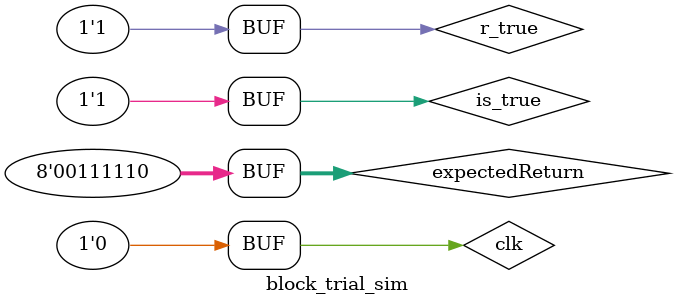
<source format=v>
`timescale 1ns / 1ps


module block_trial_sim;

    reg[0:0] clk = 0;
    always begin
        clk = 1; #14;
        clk = 0; #14;
    end
    
    reg[0:0] r_true = 1;
    wire is_true;
    assign is_true = r_true;
 
    assert a0(.clk(clk), .test(is_true));
    
    wire[7:0] uart_result;
    
    block_trial bt(
        .clk(clk),
        .UART_TXD(uart_result)
    );
    
    wire[7:0] expectedReturn;
    assign expectedReturn = 'h3E;
    
    initial
    begin
        // update Basic test
        $display("block trial sim, begin");
        #420;
        r_true = (uart_result == expectedReturn);
        #168;

    end
   
    
endmodule

</source>
